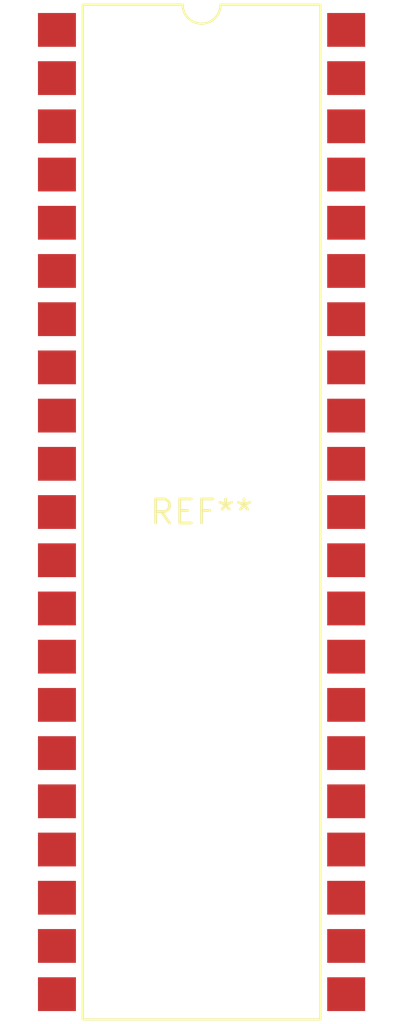
<source format=kicad_pcb>
(kicad_pcb (version 20240108) (generator pcbnew)
  (layers (0 "F.Cu" signal) (31 "B.Cu" signal) (34 "B.Paste" user) (35 "F.Paste" user) (36 "B.SilkS" user "B.Silkscreen") (37 "F.SilkS" user "F.Silkscreen") (38 "B.Mask" user) (39 "F.Mask" user) (44 "Edge.Cuts" user))
  (net 0 "")
  (footprint "SMDIP-42_W15.24mm" (layer "F.Cu") (at 0 0)
    (property "Reference" "REF**")
    (property "Value" "SMDIP-42_W15.24mm")
    (fp_line (start -6.26 -26.73) (end -6.26 26.73) (layer "F.SilkS") (stroke (width 0.12)))
    (fp_line (start -6.26 26.73) (end 6.26 26.73) (layer "F.SilkS") (stroke (width 0.12)))
    (fp_line (start -1 -26.73) (end -6.26 -26.73) (layer "F.SilkS") (stroke (width 0.12)))
    (fp_line (start 6.26 -26.73) (end 1 -26.73) (layer "F.SilkS") (stroke (width 0.12)))
    (fp_line (start 6.26 26.73) (end 6.26 -26.73) (layer "F.SilkS") (stroke (width 0.12)))
    (fp_arc (start 1 -26.73) (mid 0 -25.73) (end -1 -26.73) (layer "F.SilkS") (stroke (width 0.12)))
    (pad "1" smd rect (at -7.62 -25.4) (size 2 1.78) (layers "F.Cu" "F.Paste" "F.Mask"))
    (pad "2" smd rect (at -7.62 -22.86) (size 2 1.78) (layers "F.Cu" "F.Paste" "F.Mask"))
    (pad "3" smd rect (at -7.62 -20.32) (size 2 1.78) (layers "F.Cu" "F.Paste" "F.Mask"))
    (pad "4" smd rect (at -7.62 -17.78) (size 2 1.78) (layers "F.Cu" "F.Paste" "F.Mask"))
    (pad "5" smd rect (at -7.62 -15.24) (size 2 1.78) (layers "F.Cu" "F.Paste" "F.Mask"))
    (pad "6" smd rect (at -7.62 -12.7) (size 2 1.78) (layers "F.Cu" "F.Paste" "F.Mask"))
    (pad "7" smd rect (at -7.62 -10.16) (size 2 1.78) (layers "F.Cu" "F.Paste" "F.Mask"))
    (pad "8" smd rect (at -7.62 -7.62) (size 2 1.78) (layers "F.Cu" "F.Paste" "F.Mask"))
    (pad "9" smd rect (at -7.62 -5.08) (size 2 1.78) (layers "F.Cu" "F.Paste" "F.Mask"))
    (pad "10" smd rect (at -7.62 -2.54) (size 2 1.78) (layers "F.Cu" "F.Paste" "F.Mask"))
    (pad "11" smd rect (at -7.62 0) (size 2 1.78) (layers "F.Cu" "F.Paste" "F.Mask"))
    (pad "12" smd rect (at -7.62 2.54) (size 2 1.78) (layers "F.Cu" "F.Paste" "F.Mask"))
    (pad "13" smd rect (at -7.62 5.08) (size 2 1.78) (layers "F.Cu" "F.Paste" "F.Mask"))
    (pad "14" smd rect (at -7.62 7.62) (size 2 1.78) (layers "F.Cu" "F.Paste" "F.Mask"))
    (pad "15" smd rect (at -7.62 10.16) (size 2 1.78) (layers "F.Cu" "F.Paste" "F.Mask"))
    (pad "16" smd rect (at -7.62 12.7) (size 2 1.78) (layers "F.Cu" "F.Paste" "F.Mask"))
    (pad "17" smd rect (at -7.62 15.24) (size 2 1.78) (layers "F.Cu" "F.Paste" "F.Mask"))
    (pad "18" smd rect (at -7.62 17.78) (size 2 1.78) (layers "F.Cu" "F.Paste" "F.Mask"))
    (pad "19" smd rect (at -7.62 20.32) (size 2 1.78) (layers "F.Cu" "F.Paste" "F.Mask"))
    (pad "20" smd rect (at -7.62 22.86) (size 2 1.78) (layers "F.Cu" "F.Paste" "F.Mask"))
    (pad "21" smd rect (at -7.62 25.4) (size 2 1.78) (layers "F.Cu" "F.Paste" "F.Mask"))
    (pad "22" smd rect (at 7.62 25.4) (size 2 1.78) (layers "F.Cu" "F.Paste" "F.Mask"))
    (pad "23" smd rect (at 7.62 22.86) (size 2 1.78) (layers "F.Cu" "F.Paste" "F.Mask"))
    (pad "24" smd rect (at 7.62 20.32) (size 2 1.78) (layers "F.Cu" "F.Paste" "F.Mask"))
    (pad "25" smd rect (at 7.62 17.78) (size 2 1.78) (layers "F.Cu" "F.Paste" "F.Mask"))
    (pad "26" smd rect (at 7.62 15.24) (size 2 1.78) (layers "F.Cu" "F.Paste" "F.Mask"))
    (pad "27" smd rect (at 7.62 12.7) (size 2 1.78) (layers "F.Cu" "F.Paste" "F.Mask"))
    (pad "28" smd rect (at 7.62 10.16) (size 2 1.78) (layers "F.Cu" "F.Paste" "F.Mask"))
    (pad "29" smd rect (at 7.62 7.62) (size 2 1.78) (layers "F.Cu" "F.Paste" "F.Mask"))
    (pad "30" smd rect (at 7.62 5.08) (size 2 1.78) (layers "F.Cu" "F.Paste" "F.Mask"))
    (pad "31" smd rect (at 7.62 2.54) (size 2 1.78) (layers "F.Cu" "F.Paste" "F.Mask"))
    (pad "32" smd rect (at 7.62 0) (size 2 1.78) (layers "F.Cu" "F.Paste" "F.Mask"))
    (pad "33" smd rect (at 7.62 -2.54) (size 2 1.78) (layers "F.Cu" "F.Paste" "F.Mask"))
    (pad "34" smd rect (at 7.62 -5.08) (size 2 1.78) (layers "F.Cu" "F.Paste" "F.Mask"))
    (pad "35" smd rect (at 7.62 -7.62) (size 2 1.78) (layers "F.Cu" "F.Paste" "F.Mask"))
    (pad "36" smd rect (at 7.62 -10.16) (size 2 1.78) (layers "F.Cu" "F.Paste" "F.Mask"))
    (pad "37" smd rect (at 7.62 -12.7) (size 2 1.78) (layers "F.Cu" "F.Paste" "F.Mask"))
    (pad "38" smd rect (at 7.62 -15.24) (size 2 1.78) (layers "F.Cu" "F.Paste" "F.Mask"))
    (pad "39" smd rect (at 7.62 -17.78) (size 2 1.78) (layers "F.Cu" "F.Paste" "F.Mask"))
    (pad "40" smd rect (at 7.62 -20.32) (size 2 1.78) (layers "F.Cu" "F.Paste" "F.Mask"))
    (pad "41" smd rect (at 7.62 -22.86) (size 2 1.78) (layers "F.Cu" "F.Paste" "F.Mask"))
    (pad "42" smd rect (at 7.62 -25.4) (size 2 1.78) (layers "F.Cu" "F.Paste" "F.Mask"))
  )
)
</source>
